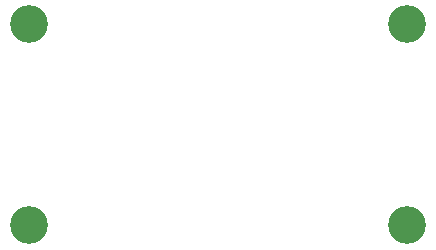
<source format=gbr>
%TF.GenerationSoftware,KiCad,Pcbnew,6.0.7-f9a2dced07~116~ubuntu22.04.1*%
%TF.CreationDate,2022-09-14T12:05:55-03:00*%
%TF.ProjectId,tp4056,74703430-3536-42e6-9b69-6361645f7063,rev?*%
%TF.SameCoordinates,Original*%
%TF.FileFunction,NonPlated,1,2,NPTH,Drill*%
%TF.FilePolarity,Positive*%
%FSLAX46Y46*%
G04 Gerber Fmt 4.6, Leading zero omitted, Abs format (unit mm)*
G04 Created by KiCad (PCBNEW 6.0.7-f9a2dced07~116~ubuntu22.04.1) date 2022-09-14 12:05:55*
%MOMM*%
%LPD*%
G01*
G04 APERTURE LIST*
%TA.AperFunction,ComponentDrill*%
%ADD10C,3.200000*%
%TD*%
G04 APERTURE END LIST*
D10*
%TO.C,REF\u002A\u002A*%
X178000000Y-92000000D03*
X178000000Y-109000000D03*
X210000000Y-92000000D03*
X210000000Y-109000000D03*
M02*

</source>
